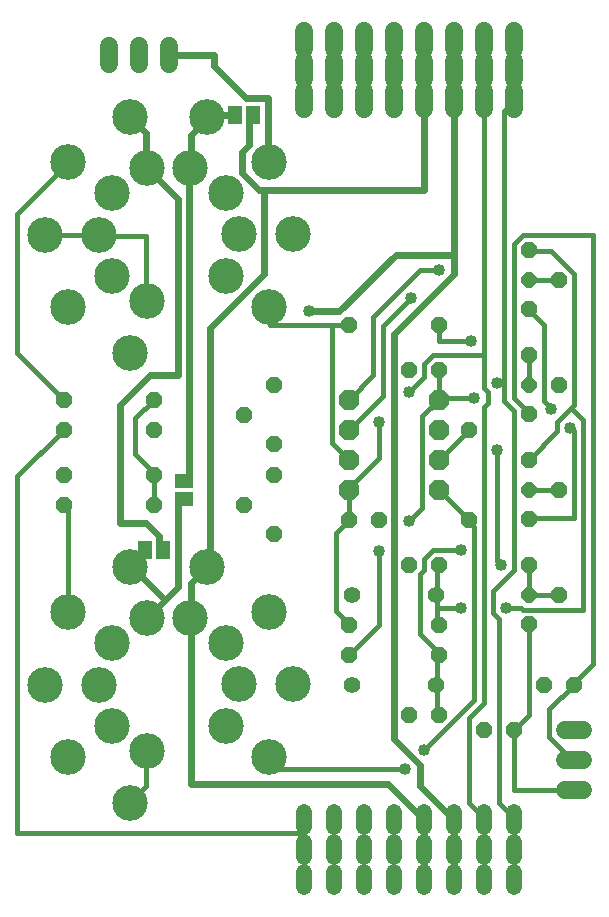
<source format=gtl>
G75*
%MOIN*%
%OFA0B0*%
%FSLAX24Y24*%
%IPPOS*%
%LPD*%
%AMOC8*
5,1,8,0,0,1.08239X$1,22.5*
%
%ADD10C,0.1185*%
%ADD11OC8,0.0520*%
%ADD12C,0.0600*%
%ADD13OC8,0.0680*%
%ADD14C,0.0520*%
%ADD15OC8,0.0515*%
%ADD16R,0.0630X0.0460*%
%ADD17R,0.0460X0.0630*%
%ADD18C,0.0554*%
%ADD19C,0.0160*%
%ADD20C,0.0240*%
%ADD21C,0.0400*%
D10*
X002254Y005752D03*
X003706Y006808D03*
X003261Y008177D03*
X003707Y009555D03*
X004877Y010405D03*
X004323Y012112D03*
X002256Y010610D03*
X001466Y008177D03*
X004323Y004248D03*
X004877Y005955D03*
X007493Y006805D03*
X007939Y008183D03*
X007494Y009552D03*
X006323Y010405D03*
X006877Y012112D03*
X008946Y010608D03*
X009734Y008183D03*
X008944Y005750D03*
X004323Y019248D03*
X004877Y020955D03*
X003706Y021808D03*
X003261Y023177D03*
X003707Y024555D03*
X004877Y025405D03*
X004323Y027112D03*
X002256Y025610D03*
X001466Y023177D03*
X002254Y020752D03*
X006323Y025405D03*
X006877Y027112D03*
X007494Y024552D03*
X007939Y023183D03*
X007493Y021805D03*
X008944Y020750D03*
X009734Y023183D03*
X008946Y025608D03*
D11*
X011600Y020180D03*
X013600Y018680D03*
X014600Y018680D03*
X014600Y020180D03*
X015600Y016680D03*
X017600Y017190D03*
X018600Y018180D03*
X017600Y019170D03*
X017600Y020690D03*
X018600Y021680D03*
X017600Y022670D03*
X017600Y015670D03*
X018600Y014680D03*
X017600Y013690D03*
X017600Y012170D03*
X018600Y011180D03*
X017600Y010190D03*
X018100Y008180D03*
X019100Y008180D03*
X017100Y006680D03*
X016100Y006680D03*
X014600Y007180D03*
X013600Y007180D03*
X014600Y009180D03*
X014600Y010180D03*
X014600Y012180D03*
X013600Y012180D03*
X012600Y013680D03*
X011600Y013680D03*
X011600Y010180D03*
X011600Y009180D03*
X009100Y013190D03*
X008100Y014180D03*
X009100Y015170D03*
X009100Y016190D03*
X008100Y017180D03*
X009100Y018170D03*
X005100Y017680D03*
X005100Y016680D03*
X005100Y015180D03*
X005100Y014180D03*
X002100Y014180D03*
X002100Y015180D03*
X002100Y016680D03*
X002100Y017680D03*
X015600Y013680D03*
D12*
X018800Y006680D02*
X019400Y006680D01*
X019400Y005680D02*
X018800Y005680D01*
X018800Y004680D02*
X019400Y004680D01*
X017100Y027380D02*
X017100Y027980D01*
X017100Y028380D02*
X017100Y028980D01*
X017100Y029380D02*
X017100Y029980D01*
X016100Y029980D02*
X016100Y029380D01*
X016100Y028980D02*
X016100Y028380D01*
X016100Y027980D02*
X016100Y027380D01*
X015100Y027380D02*
X015100Y027980D01*
X015100Y028380D02*
X015100Y028980D01*
X015100Y029380D02*
X015100Y029980D01*
X014100Y029980D02*
X014100Y029380D01*
X014100Y028980D02*
X014100Y028380D01*
X014100Y027980D02*
X014100Y027380D01*
X013100Y027380D02*
X013100Y027980D01*
X013100Y028380D02*
X013100Y028980D01*
X013100Y029380D02*
X013100Y029980D01*
X012100Y029980D02*
X012100Y029380D01*
X012100Y028980D02*
X012100Y028380D01*
X012100Y027980D02*
X012100Y027380D01*
X011100Y027380D02*
X011100Y027980D01*
X011100Y028380D02*
X011100Y028980D01*
X011100Y029380D02*
X011100Y029980D01*
X010100Y029980D02*
X010100Y029380D01*
X010100Y028980D02*
X010100Y028380D01*
X010100Y027980D02*
X010100Y027380D01*
X005600Y028880D02*
X005600Y029480D01*
X004600Y029480D02*
X004600Y028880D01*
X003600Y028880D02*
X003600Y029480D01*
D13*
X011600Y017680D03*
X011600Y016680D03*
X011600Y015680D03*
X011600Y014680D03*
X014600Y014680D03*
X014600Y015680D03*
X014600Y016680D03*
X014600Y017680D03*
D14*
X014100Y003940D02*
X014100Y003420D01*
X014100Y002940D02*
X014100Y002420D01*
X014100Y001940D02*
X014100Y001420D01*
X013100Y001420D02*
X013100Y001940D01*
X013100Y002420D02*
X013100Y002940D01*
X013100Y003420D02*
X013100Y003940D01*
X012100Y003940D02*
X012100Y003420D01*
X012100Y002940D02*
X012100Y002420D01*
X012100Y001940D02*
X012100Y001420D01*
X011100Y001420D02*
X011100Y001940D01*
X011100Y002420D02*
X011100Y002940D01*
X011100Y003420D02*
X011100Y003940D01*
X010100Y003940D02*
X010100Y003420D01*
X010100Y002940D02*
X010100Y002420D01*
X010100Y001940D02*
X010100Y001420D01*
X015100Y001420D02*
X015100Y001940D01*
X015100Y002420D02*
X015100Y002940D01*
X015100Y003420D02*
X015100Y003940D01*
X016100Y003940D02*
X016100Y003420D01*
X016100Y002940D02*
X016100Y002420D01*
X016100Y001940D02*
X016100Y001420D01*
X017100Y001420D02*
X017100Y001940D01*
X017100Y002420D02*
X017100Y002940D01*
X017100Y003420D02*
X017100Y003940D01*
D15*
X017600Y011180D03*
X017600Y014680D03*
X017600Y018180D03*
X017600Y021680D03*
D16*
X006100Y014980D03*
X006100Y014380D03*
D17*
X005400Y012680D03*
X004800Y012680D03*
X007800Y027180D03*
X008400Y027180D03*
D18*
X011700Y011180D03*
X011700Y008180D03*
X014500Y008180D03*
X014500Y011180D03*
D19*
X000538Y015118D02*
X000538Y003243D01*
X010038Y003243D01*
X010100Y003680D01*
X010100Y002680D01*
X010100Y001680D01*
X008975Y005368D02*
X008975Y005743D01*
X008944Y005750D01*
X008975Y005368D02*
X013475Y005368D01*
X014100Y005993D02*
X015788Y007680D01*
X015788Y013430D01*
X015600Y013618D01*
X015600Y013680D01*
X014600Y014680D01*
X014038Y014055D02*
X014038Y017118D01*
X014600Y017680D01*
X014663Y017743D01*
X015788Y017743D01*
X016100Y018055D02*
X016100Y019180D01*
X014413Y019180D01*
X014100Y018868D01*
X014100Y018430D01*
X013600Y017930D01*
X012725Y017805D02*
X011600Y016680D01*
X011038Y016243D02*
X011038Y020180D01*
X011600Y020180D01*
X011038Y020180D02*
X008975Y020180D01*
X008975Y020743D01*
X008944Y020750D01*
X011600Y017680D02*
X012413Y018493D01*
X012413Y020430D01*
X013975Y021993D01*
X014600Y021993D01*
X013663Y021055D02*
X012725Y020118D01*
X012725Y017805D01*
X012600Y016930D02*
X012600Y015743D01*
X011600Y014743D01*
X011600Y014680D01*
X011600Y013680D01*
X011163Y013243D01*
X011163Y010618D01*
X011600Y010180D01*
X012600Y010180D02*
X011600Y009180D01*
X012600Y010180D02*
X012600Y012618D01*
X013600Y013618D02*
X014038Y014055D01*
X014413Y012680D02*
X015350Y012680D01*
X014600Y012180D02*
X014538Y012118D01*
X014538Y011243D01*
X014500Y011180D01*
X014538Y011180D01*
X014538Y010743D01*
X015350Y010743D01*
X014600Y010180D02*
X014538Y010243D01*
X014538Y010743D01*
X013975Y009868D02*
X013975Y011868D01*
X014100Y011993D01*
X014100Y012368D01*
X014413Y012680D01*
X016413Y011305D02*
X016413Y010555D01*
X016600Y010368D01*
X016600Y004243D01*
X017100Y003743D01*
X017100Y003680D01*
X017100Y002680D01*
X017100Y001680D01*
X016100Y001680D02*
X016100Y002680D01*
X016100Y003680D01*
X016100Y003743D01*
X015600Y004243D01*
X015600Y007055D01*
X016100Y007555D01*
X016100Y017430D01*
X016225Y017555D01*
X016225Y017930D01*
X016100Y018055D01*
X016538Y018243D02*
X016788Y018243D01*
X016788Y017618D01*
X017100Y017305D01*
X017100Y011993D01*
X016413Y011305D01*
X016663Y012180D02*
X016538Y012305D01*
X016538Y015993D01*
X015600Y016680D02*
X014600Y015680D01*
X014600Y017680D02*
X014600Y018680D01*
X014600Y019618D02*
X014600Y020180D01*
X014600Y019618D02*
X015663Y019618D01*
X016100Y019180D02*
X016100Y027680D01*
X016100Y028680D01*
X016100Y029680D01*
X017100Y029680D02*
X017100Y028680D01*
X017100Y027680D01*
X017100Y027618D01*
X016788Y027305D01*
X016788Y018243D01*
X017100Y017743D02*
X017100Y022868D01*
X017413Y023180D01*
X019725Y023180D01*
X019725Y008868D01*
X019100Y008243D01*
X019100Y008180D01*
X018288Y007368D01*
X018288Y006430D01*
X019038Y005680D01*
X019100Y005680D01*
X019100Y004680D02*
X017100Y004680D01*
X017100Y006680D01*
X017600Y007180D01*
X017600Y010190D01*
X017413Y010680D02*
X019413Y010680D01*
X019413Y016993D01*
X019006Y017399D01*
X018538Y016930D01*
X018538Y016618D01*
X017600Y015680D01*
X017600Y015670D01*
X017600Y014680D02*
X018600Y014680D01*
X019100Y013743D02*
X019100Y016618D01*
X018975Y016743D01*
X019006Y017399D02*
X019100Y017493D01*
X019100Y021868D01*
X018350Y022618D01*
X017600Y022618D01*
X017600Y022670D01*
X017600Y021680D02*
X018600Y021680D01*
X017600Y020690D02*
X017600Y020680D01*
X018100Y020180D01*
X018100Y017618D01*
X018350Y017368D01*
X017600Y017243D02*
X017600Y017190D01*
X017600Y017243D02*
X017100Y017743D01*
X017600Y018180D02*
X017600Y019170D01*
X017600Y013743D02*
X017600Y013690D01*
X017600Y013743D02*
X019100Y013743D01*
X017600Y012170D02*
X017600Y011180D01*
X018600Y011180D01*
X017413Y010680D02*
X017350Y010743D01*
X016850Y010743D01*
X014600Y009243D02*
X014600Y009180D01*
X014538Y009118D01*
X014538Y008243D01*
X014500Y008180D01*
X014538Y008180D01*
X014538Y007243D01*
X014600Y007180D01*
X014600Y009243D02*
X013975Y009868D01*
X011600Y015680D02*
X011038Y016243D01*
X005100Y015243D02*
X005100Y015180D01*
X005100Y014180D01*
X005100Y015243D02*
X004475Y015868D01*
X004475Y017055D01*
X005100Y017680D01*
X004877Y020955D02*
X004850Y020993D01*
X004850Y023118D01*
X003288Y023118D01*
X003261Y023177D01*
X003225Y023180D01*
X001475Y023180D01*
X001466Y023177D01*
X000538Y023868D02*
X002225Y025555D01*
X002256Y025610D01*
X000538Y023868D02*
X000538Y019243D01*
X002100Y017680D01*
X002100Y016680D02*
X000538Y015118D01*
X002100Y014180D02*
X002225Y014055D01*
X002225Y010618D01*
X002256Y010610D01*
X004877Y005955D02*
X004850Y005930D01*
X004850Y004805D01*
X004350Y004305D01*
X004323Y004248D01*
X010100Y027680D02*
X010100Y028680D01*
X010100Y029680D01*
D20*
X008913Y027743D02*
X008913Y025618D01*
X008946Y025608D01*
X008788Y024680D02*
X008600Y024680D01*
X008038Y025243D01*
X008038Y025930D01*
X008288Y026180D01*
X008288Y027118D01*
X008350Y027180D01*
X008400Y027180D01*
X008163Y027743D02*
X008913Y027743D01*
X008163Y027743D02*
X007100Y028805D01*
X007100Y029180D01*
X005600Y029180D01*
X006913Y027180D02*
X006913Y027118D01*
X006877Y027112D01*
X006850Y026993D01*
X006350Y026493D01*
X006350Y025493D01*
X006323Y025405D01*
X006288Y025368D01*
X006288Y015180D01*
X006100Y014993D01*
X006100Y014980D01*
X006100Y014380D02*
X006100Y014368D01*
X005913Y014180D01*
X005913Y011430D01*
X005475Y010993D01*
X004413Y012055D01*
X004323Y012112D01*
X004350Y012118D01*
X004350Y012243D01*
X004788Y012680D01*
X004800Y012680D01*
X005288Y012743D02*
X005288Y013118D01*
X004850Y013555D01*
X003975Y013555D01*
X003975Y017493D01*
X004975Y018493D01*
X005913Y018493D01*
X005913Y024368D01*
X004913Y025368D01*
X004877Y025405D01*
X004850Y025493D01*
X004850Y026555D01*
X004350Y027055D01*
X004323Y027112D01*
X006913Y027180D02*
X007800Y027180D01*
X008788Y024680D02*
X008788Y021868D01*
X006975Y020055D01*
X006975Y012180D01*
X006877Y012112D01*
X006850Y012055D01*
X006350Y011555D01*
X006350Y010493D01*
X006323Y010405D01*
X006350Y010368D01*
X006350Y004868D01*
X012913Y004868D01*
X014100Y003680D01*
X014100Y002680D01*
X014100Y001680D01*
X015100Y001680D02*
X015100Y002680D01*
X015100Y003680D01*
X013975Y004805D01*
X013975Y005493D01*
X013100Y006368D01*
X013100Y019868D01*
X015100Y021868D01*
X015100Y022493D01*
X013163Y022493D01*
X011288Y020618D01*
X010288Y020618D01*
X008788Y024680D02*
X014100Y024680D01*
X014100Y027680D01*
X014100Y028680D01*
X014100Y029680D01*
X015100Y029680D02*
X015100Y028680D01*
X015100Y027680D01*
X015100Y022493D01*
X005475Y010993D02*
X004913Y010430D01*
X004877Y010405D01*
X005350Y012680D02*
X005400Y012680D01*
X005350Y012680D02*
X005288Y012743D01*
D21*
X010288Y020618D03*
X012600Y016930D03*
X013600Y017930D03*
X015788Y017743D03*
X016538Y018243D03*
X015663Y019618D03*
X014600Y021993D03*
X013663Y021055D03*
X016538Y015993D03*
X018350Y017368D03*
X018975Y016743D03*
X016663Y012180D03*
X016850Y010743D03*
X015350Y010743D03*
X015350Y012680D03*
X013600Y013618D03*
X012600Y012618D03*
X014100Y005993D03*
X013475Y005368D03*
M02*

</source>
